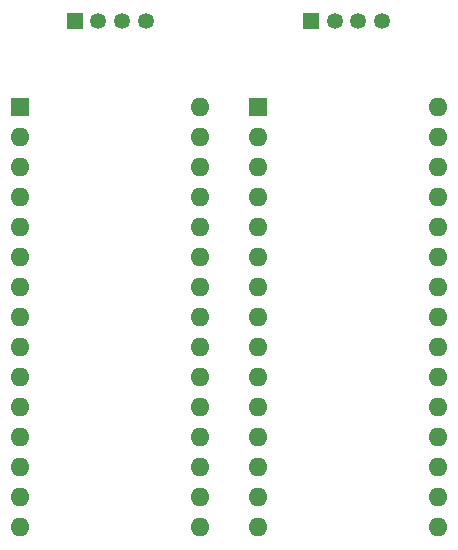
<source format=gbr>
%TF.GenerationSoftware,KiCad,Pcbnew,9.0.7-9.0.7~ubuntu24.04.1*%
%TF.CreationDate,2026-02-20T10:35:12-07:00*%
%TF.ProjectId,gazelem_main_motors_pcb_design,67617a65-6c65-46d5-9f6d-61696e5f6d6f,rev?*%
%TF.SameCoordinates,Original*%
%TF.FileFunction,Copper,L2,Bot*%
%TF.FilePolarity,Positive*%
%FSLAX46Y46*%
G04 Gerber Fmt 4.6, Leading zero omitted, Abs format (unit mm)*
G04 Created by KiCad (PCBNEW 9.0.7-9.0.7~ubuntu24.04.1) date 2026-02-20 10:35:12*
%MOMM*%
%LPD*%
G01*
G04 APERTURE LIST*
%TA.AperFunction,ComponentPad*%
%ADD10R,1.600000X1.600000*%
%TD*%
%TA.AperFunction,ComponentPad*%
%ADD11O,1.600000X1.600000*%
%TD*%
%TA.AperFunction,ComponentPad*%
%ADD12R,1.350000X1.350000*%
%TD*%
%TA.AperFunction,ComponentPad*%
%ADD13C,1.350000*%
%TD*%
G04 APERTURE END LIST*
D10*
%TO.P,A1,1,D1/TX*%
%TO.N,unconnected-(A1-D1{slash}TX-Pad1)*%
X151890000Y-74950000D03*
D11*
%TO.P,A1,2,D0/RX*%
%TO.N,unconnected-(A1-D0{slash}RX-Pad2)*%
X151890000Y-77490000D03*
%TO.P,A1,3,~{RESET}*%
%TO.N,unconnected-(A1-~{RESET}-Pad3)*%
X151890000Y-80030000D03*
%TO.P,A1,4,GND*%
%TO.N,DIR- 1*%
X151890000Y-82570000D03*
%TO.P,A1,5,D2*%
%TO.N,DIR+ 1*%
X151890000Y-85110000D03*
%TO.P,A1,6,D3*%
%TO.N,unconnected-(A1-D3-Pad6)*%
X151890000Y-87650000D03*
%TO.P,A1,7,D4*%
%TO.N,unconnected-(A1-D4-Pad7)*%
X151890000Y-90190000D03*
%TO.P,A1,8,D5*%
%TO.N,unconnected-(A1-D5-Pad8)*%
X151890000Y-92730000D03*
%TO.P,A1,9,D6*%
%TO.N,unconnected-(A1-D6-Pad9)*%
X151890000Y-95270000D03*
%TO.P,A1,10,D7*%
%TO.N,unconnected-(A1-D7-Pad10)*%
X151890000Y-97810000D03*
%TO.P,A1,11,D8*%
%TO.N,unconnected-(A1-D8-Pad11)*%
X151890000Y-100350000D03*
%TO.P,A1,12,D9*%
%TO.N,PUL+ 1*%
X151890000Y-102890000D03*
%TO.P,A1,13,D10*%
%TO.N,unconnected-(A1-D10-Pad13)*%
X151890000Y-105430000D03*
%TO.P,A1,14,D11*%
%TO.N,unconnected-(A1-D11-Pad14)*%
X151890000Y-107970000D03*
%TO.P,A1,15,D12*%
%TO.N,unconnected-(A1-D12-Pad15)*%
X151890000Y-110510000D03*
%TO.P,A1,16,D13*%
%TO.N,unconnected-(A1-D13-Pad16)*%
X167130000Y-110510000D03*
%TO.P,A1,17,3V3*%
%TO.N,unconnected-(A1-3V3-Pad17)*%
X167130000Y-107970000D03*
%TO.P,A1,18,AREF*%
%TO.N,unconnected-(A1-AREF-Pad18)*%
X167130000Y-105430000D03*
%TO.P,A1,19,A0*%
%TO.N,unconnected-(A1-A0-Pad19)*%
X167130000Y-102890000D03*
%TO.P,A1,20,A1*%
%TO.N,unconnected-(A1-A1-Pad20)*%
X167130000Y-100350000D03*
%TO.P,A1,21,A2*%
%TO.N,unconnected-(A1-A2-Pad21)*%
X167130000Y-97810000D03*
%TO.P,A1,22,A3*%
%TO.N,unconnected-(A1-A3-Pad22)*%
X167130000Y-95270000D03*
%TO.P,A1,23,A4*%
%TO.N,unconnected-(A1-A4-Pad23)*%
X167130000Y-92730000D03*
%TO.P,A1,24,A5*%
%TO.N,unconnected-(A1-A5-Pad24)*%
X167130000Y-90190000D03*
%TO.P,A1,25,A6*%
%TO.N,unconnected-(A1-A6-Pad25)*%
X167130000Y-87650000D03*
%TO.P,A1,26,A7*%
%TO.N,unconnected-(A1-A7-Pad26)*%
X167130000Y-85110000D03*
%TO.P,A1,27,+5V*%
%TO.N,unconnected-(A1-+5V-Pad27)*%
X167130000Y-82570000D03*
%TO.P,A1,28,~{RESET}*%
%TO.N,unconnected-(A1-~{RESET}-Pad28)*%
X167130000Y-80030000D03*
%TO.P,A1,29,GND*%
%TO.N,unconnected-(A1-GND-Pad29)*%
X167130000Y-77490000D03*
%TO.P,A1,30,VIN*%
%TO.N,unconnected-(A1-VIN-Pad30)*%
X167130000Y-74950000D03*
%TD*%
D12*
%TO.P,J1,1,Pin_1*%
%TO.N,DIR- 1*%
X156500000Y-67600000D03*
D13*
%TO.P,J1,2,Pin_2*%
X158500000Y-67600000D03*
%TO.P,J1,3,Pin_3*%
%TO.N,DIR+ 1*%
X160500000Y-67600000D03*
%TO.P,J1,4,Pin_4*%
%TO.N,PUL+ 1*%
X162500000Y-67600000D03*
%TD*%
D12*
%TO.P,J2,1,Pin_1*%
%TO.N,DIR- 1*%
X176500000Y-67600000D03*
D13*
%TO.P,J2,2,Pin_2*%
X178500000Y-67600000D03*
%TO.P,J2,3,Pin_3*%
%TO.N,DIR+ 2*%
X180500000Y-67600000D03*
%TO.P,J2,4,Pin_4*%
%TO.N,PUL+ 2*%
X182500000Y-67600000D03*
%TD*%
D10*
%TO.P,A2,1,D1/TX*%
%TO.N,unconnected-(A2-D1{slash}TX-Pad1)*%
X172000000Y-74960000D03*
D11*
%TO.P,A2,2,D0/RX*%
%TO.N,unconnected-(A2-D0{slash}RX-Pad2)*%
X172000000Y-77500000D03*
%TO.P,A2,3,~{RESET}*%
%TO.N,unconnected-(A2-~{RESET}-Pad3)*%
X172000000Y-80040000D03*
%TO.P,A2,4,GND*%
%TO.N,DIR- 1*%
X172000000Y-82580000D03*
%TO.P,A2,5,D2*%
%TO.N,DIR+ 2*%
X172000000Y-85120000D03*
%TO.P,A2,6,D3*%
%TO.N,unconnected-(A2-D3-Pad6)*%
X172000000Y-87660000D03*
%TO.P,A2,7,D4*%
%TO.N,unconnected-(A2-D4-Pad7)*%
X172000000Y-90200000D03*
%TO.P,A2,8,D5*%
%TO.N,unconnected-(A2-D5-Pad8)*%
X172000000Y-92740000D03*
%TO.P,A2,9,D6*%
%TO.N,unconnected-(A2-D6-Pad9)*%
X172000000Y-95280000D03*
%TO.P,A2,10,D7*%
%TO.N,unconnected-(A2-D7-Pad10)*%
X172000000Y-97820000D03*
%TO.P,A2,11,D8*%
%TO.N,unconnected-(A2-D8-Pad11)*%
X172000000Y-100360000D03*
%TO.P,A2,12,D9*%
%TO.N,PUL+ 2*%
X172000000Y-102900000D03*
%TO.P,A2,13,D10*%
%TO.N,unconnected-(A2-D10-Pad13)*%
X172000000Y-105440000D03*
%TO.P,A2,14,D11*%
%TO.N,unconnected-(A2-D11-Pad14)*%
X172000000Y-107980000D03*
%TO.P,A2,15,D12*%
%TO.N,unconnected-(A2-D12-Pad15)*%
X172000000Y-110520000D03*
%TO.P,A2,16,D13*%
%TO.N,unconnected-(A2-D13-Pad16)*%
X187240000Y-110520000D03*
%TO.P,A2,17,3V3*%
%TO.N,unconnected-(A2-3V3-Pad17)*%
X187240000Y-107980000D03*
%TO.P,A2,18,AREF*%
%TO.N,unconnected-(A2-AREF-Pad18)*%
X187240000Y-105440000D03*
%TO.P,A2,19,A0*%
%TO.N,unconnected-(A2-A0-Pad19)*%
X187240000Y-102900000D03*
%TO.P,A2,20,A1*%
%TO.N,unconnected-(A2-A1-Pad20)*%
X187240000Y-100360000D03*
%TO.P,A2,21,A2*%
%TO.N,unconnected-(A2-A2-Pad21)*%
X187240000Y-97820000D03*
%TO.P,A2,22,A3*%
%TO.N,unconnected-(A2-A3-Pad22)*%
X187240000Y-95280000D03*
%TO.P,A2,23,A4*%
%TO.N,unconnected-(A2-A4-Pad23)*%
X187240000Y-92740000D03*
%TO.P,A2,24,A5*%
%TO.N,unconnected-(A2-A5-Pad24)*%
X187240000Y-90200000D03*
%TO.P,A2,25,A6*%
%TO.N,unconnected-(A2-A6-Pad25)*%
X187240000Y-87660000D03*
%TO.P,A2,26,A7*%
%TO.N,unconnected-(A2-A7-Pad26)*%
X187240000Y-85120000D03*
%TO.P,A2,27,+5V*%
%TO.N,unconnected-(A2-+5V-Pad27)*%
X187240000Y-82580000D03*
%TO.P,A2,28,~{RESET}*%
%TO.N,unconnected-(A2-~{RESET}-Pad28)*%
X187240000Y-80040000D03*
%TO.P,A2,29,GND*%
%TO.N,unconnected-(A2-GND-Pad29)*%
X187240000Y-77500000D03*
%TO.P,A2,30,VIN*%
%TO.N,unconnected-(A2-VIN-Pad30)*%
X187240000Y-74960000D03*
%TD*%
M02*

</source>
